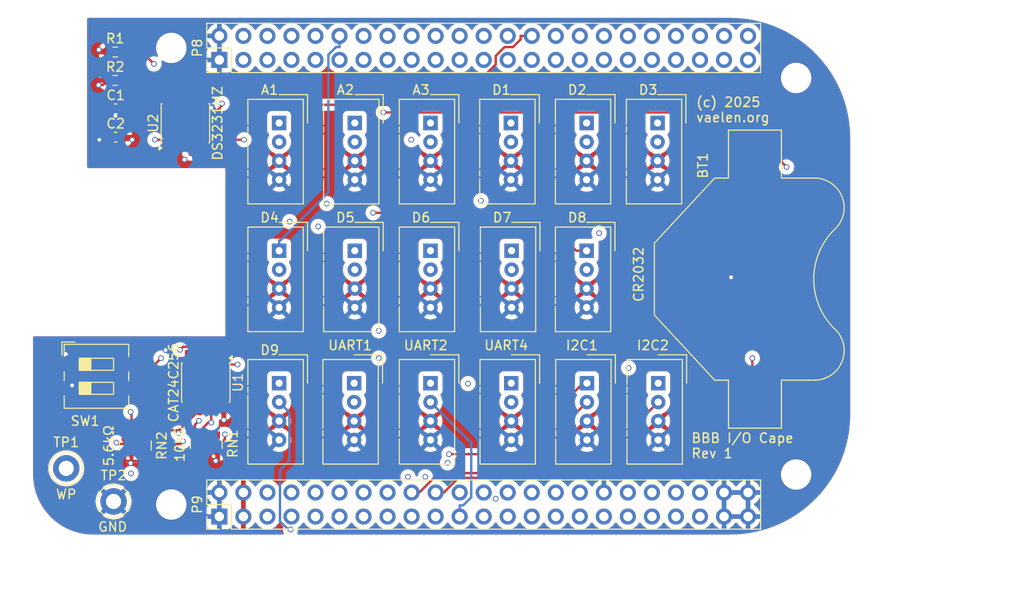
<source format=kicad_pcb>
(kicad_pcb (version 20241229) (generator "pcbnew") (generator_version "9.0")
  (layers (0 "F.Cu" signal) (4 "In1.Cu" signal) (6 "In2.Cu" signal) (2 "B.Cu" signal) (13 "F.Paste" user) (15 "B.Paste" user) (5 "F.SilkS" user "F.Silkscreen") (7 "B.SilkS" user "B.Silkscreen") (1 "F.Mask" user) (3 "B.Mask" user) (25 "Edge.Cuts" user))
  (net 0 "")
  (net 6 "AIN0")
  (net 7 "AIN4")
  (net 8 "AIN2")
  (net 9 "AIN6")
  (net 10 "AIN3")
  (net 11 "AIN5")
  (net 12 "+BATT")
  (net 13 "GPIO20")
  (net 14 "GPIO7")
  (net 15 "GPIO23")
  (net 16 "GPIO22")
  (net 22 "GPIO27")
  (net 29 "GPIO26")
  (net 45 "GPIO44")
  (net 46 "GPIO45")
  (net 47 "GPIO46")
  (net 48 "GPIO47")
  (net 49 "GPIO51")
  (net 50 "GNDD")
  (net 51 "+3V3")
  (net 54 "GPIO48")
  (net 55 "GPIO66")
  (net 56 "GPIO67")
  (net 57 "GPIO69")
  (net 58 "GPIO68")
  (net 59 "GPIO125")
  (net 60 "GPIO117")
  (net 62 "I2C1.SDA")
  (net 64 "I2C1.SCL")
  (net 65 "I2C2.SDA")
  (net 66 "I2C2.SCL")
  (net 67 "GPIO61")
  (net 68 "UART4_RXD")
  (net 70 "UART2_TXD")
  (net 71 "UART4_TXD")
  (net 72 "UART1_TXD")
  (net 73 "UART1_RXD")
  (net 75 "~{SYS_RESET}")
  (net 77 "GPIO60")
  (net 83 "UART2_RXD")
  (net 84 "Net-(RN1A-R1.1)")
  (net 86 "Net-(RN1C-R3.1)")
  (net 87 "Net-(RN1D-R4.1)")
  (net 88 "Net-(RN1B-R2.1)")
  (footprint "Connector_PinHeader_2.54mm:PinHeader_2x23_P2.54mm_Vertical" (layer "F.Cu") (at 119.685 49.835 90)
    (property "Reference" "P8" (at 1.27 -2.33 270) (layer "F.SilkS"))
    (property "Value" "BeagleBone_Black_Header" (hide yes))
    (pad "1" thru_hole rect (at 0 0 90) (size 1.7 1.7) (drill 1) (layers "*.Cu" "*.Mask") (net 50 "GNDD"))
    (pad "2" thru_hole oval (at 2.54 0 90) (size 1.7 1.7) (drill 1) (layers "*.Cu" "*.Mask") (net 50 "GNDD"))
    (pad "3" thru_hole oval (at 0 2.54 90) (size 1.7 1.7) (drill 1) (layers "*.Cu" "*.Mask"))
    (pad "4" thru_hole oval (at 2.54 2.54 90) (size 1.7 1.7) (drill 1) (layers "*.Cu" "*.Mask"))
    (pad "5" thru_hole oval (at 0 5.08 90) (size 1.7 1.7) (drill 1) (layers "*.Cu" "*.Mask"))
    (pad "6" thru_hole oval (at 2.54 5.08 90) (size 1.7 1.7) (drill 1) (layers "*.Cu" "*.Mask"))
    (pad "7" thru_hole oval (at 0 7.62 90) (size 1.7 1.7) (drill 1) (layers "*.Cu" "*.Mask") (net 55 "GPIO66"))
    (pad "8" thru_hole oval (at 2.54 7.62 90) (size 1.7 1.7) (drill 1) (layers "*.Cu" "*.Mask") (net 56 "GPIO67"))
    (pad "9" thru_hole oval (at 0 10.16 90) (size 1.7 1.7) (drill 1) (layers "*.Cu" "*.Mask") (net 57 "GPIO69"))
    (pad "10" thru_hole oval (at 2.54 10.16 90) (size 1.7 1.7) (drill 1) (layers "*.Cu" "*.Mask") (net 58 "GPIO68"))
    (pad "11" thru_hole oval (at 0 12.7 90) (size 1.7 1.7) (drill 1) (layers "*.Cu" "*.Mask") (net 46 "GPIO45"))
    (pad "12" thru_hole oval (at 2.54 12.7 90) (size 1.7 1.7) (drill 1) (layers "*.Cu" "*.Mask") (net 45 "GPIO44"))
    (pad "13" thru_hole oval (at 0 15.24 90) (size 1.7 1.7) (drill 1) (layers "*.Cu" "*.Mask") (net 15 "GPIO23"))
    (pad "14" thru_hole oval (at 2.54 15.24 90) (size 1.7 1.7) (drill 1) (layers "*.Cu" "*.Mask") (net 29 "GPIO26"))
    (pad "15" thru_hole oval (at 0 17.78 90) (size 1.7 1.7) (drill 1) (layers "*.Cu" "*.Mask") (net 48 "GPIO47"))
    (pad "16" thru_hole oval (at 2.54 17.78 90) (size 1.7 1.7) (drill 1) (layers "*.Cu" "*.Mask") (net 47 "GPIO46"))
    (pad "17" thru_hole oval (at 0 20.32 90) (size 1.7 1.7) (drill 1) (layers "*.Cu" "*.Mask") (net 22 "GPIO27"))
    (pad "18" thru_hole oval (at 2.54 20.32 90) (size 1.7 1.7) (drill 1) (layers "*.Cu" "*.Mask"))
    (pad "19" thru_hole oval (at 0 22.86 90) (size 1.7 1.7) (drill 1) (layers "*.Cu" "*.Mask") (net 16 "GPIO22"))
    (pad "20" thru_hole oval (at 2.54 22.86 90) (size 1.7 1.7) (drill 1) (layers "*.Cu" "*.Mask"))
    (pad "21" thru_hole oval (at 0 25.4 90) (size 1.7 1.7) (drill 1) (layers "*.Cu" "*.Mask"))
    (pad "22" thru_hole oval (at 2.54 25.4 90) (size 1.7 1.7) (drill 1) (layers "*.Cu" "*.Mask"))
    (pad "23" thru_hole oval (at 0 27.94 90) (size 1.7 1.7) (drill 1) (layers "*.Cu" "*.Mask"))
    (pad "24" thru_hole oval (at 2.54 27.94 90) (size 1.7 1.7) (drill 1) (layers "*.Cu" "*.Mask"))
    (pad "25" thru_hole oval (at 0 30.48 90) (size 1.7 1.7) (drill 1) (layers "*.Cu" "*.Mask"))
    (pad "26" thru_hole oval (at 2.54 30.48 90) (size 1.7 1.7) (drill 1) (layers "*.Cu" "*.Mask"))
    (pad "27" thru_hole oval (at 0 33.02 90) (size 1.7 1.7) (drill 1) (layers "*.Cu" "*.Mask"))
    (pad "28" thru_hole oval (at 2.54 33.02 90) (size 1.7 1.7) (drill 1) (layers "*.Cu" "*.Mask") (net 67 "GPIO61"))
    (pad "29" thru_hole oval (at 0 35.56 90) (size 1.7 1.7) (drill 1) (layers "*.Cu" "*.Mask"))
    (pad "30" thru_hole oval (at 2.54 35.56 90) (size 1.7 1.7) (drill 1) (layers "*.Cu" "*.Mask"))
    (pad "31" thru_hole oval (at 0 38.1 90) (size 1.7 1.7) (drill 1) (layers "*.Cu" "*.Mask"))
    (pad "32" thru_hole oval (at 2.54 38.1 90) (size 1.7 1.7) (drill 1) (layers "*.Cu" "*.Mask"))
    (pad "33" thru_hole oval (at 0 40.64 90) (size 1.7 1.7) (drill 1) (layers "*.Cu" "*.Mask"))
    (pad "34" thru_hole oval (at 2.54 40.64 90) (size 1.7 1.7) (drill 1) (layers "*.Cu" "*.Mask"))
    (pad "35" thru_hole oval (at 0 43.18 90) (size 1.7 1.7) (drill 1) (layers "*.Cu" "*.Mask"))
    (pad "36" thru_hole oval (at 2.54 43.18 90) (size 1.7 1.7) (drill 1) (layers "*.Cu" "*.Mask"))
    (pad "37" thru_hole oval (at 0 45.72 90) (size 1.7 1.7) (drill 1) (layers "*.Cu" "*.Mask"))
    (pad "38" thru_hole oval (at 2.54 45.72 90) (size 1.7 1.7) (drill 1) (layers "*.Cu" "*.Mask"))
    (pad "39" thru_hole oval (at 0 48.26 90) (size 1.7 1.7) (drill 1) (layers "*.Cu" "*.Mask"))
    (pad "40" thru_hole oval (at 2.54 48.26 90) (size 1.7 1.7) (drill 1) (layers "*.Cu" "*.Mask"))
    (pad "41" thru_hole oval (at 0 50.8 90) (size 1.7 1.7) (drill 1) (layers "*.Cu" "*.Mask"))
    (pad "42" thru_hole oval (at 2.54 50.8 90) (size 1.7 1.7) (drill 1) (layers "*.Cu" "*.Mask"))
    (pad "43" thru_hole oval (at 0 53.34 90) (size 1.7 1.7) (drill 1) (layers "*.Cu" "*.Mask"))
    (pad "44" thru_hole oval (at 2.54 53.34 90) (size 1.7 1.7) (drill 1) (layers "*.Cu" "*.Mask"))
    (pad "45" thru_hole oval (at 0 55.88 90) (size 1.7 1.7) (drill 1) (layers "*.Cu" "*.Mask"))
    (pad "46" thru_hole oval (at 2.54 55.88 90) (size 1.7 1.7) (drill 1) (layers "*.Cu" "*.Mask"))
  )
  (footprint "Connector_PinHeader_2.54mm:PinHeader_2x23_P2.54mm_Vertical" (layer "F.Cu") (at 119.685 98.095 90)
    (property "Reference" "P9" (at 1.27 -2.33 270) (layer "F.SilkS"))
    (property "Value" "BeagleBone_Black_Header" (hide yes))
    (pad "1" thru_hole rect (at 0 0 90) (size 1.7 1.7) (drill 1) (layers "*.Cu" "*.Mask") (net 50 "GNDD"))
    (pad "2" thru_hole oval (at 2.54 0 90) (size 1.7 1.7) (drill 1) (layers "*.Cu" "*.Mask") (net 50 "GNDD"))
    (pad "3" thru_hole oval (at 0 2.54 90) (size 1.7 1.7) (drill 1) (layers "*.Cu" "*.Mask") (net 51 "+3V3"))
    (pad "4" thru_hole oval (at 2.54 2.54 90) (size 1.7 1.7) (drill 1) (layers "*.Cu" "*.Mask") (net 51 "+3V3"))
    (pad "5" thru_hole oval (at 0 5.08 90) (size 1.7 1.7) (drill 1) (layers "*.Cu" "*.Mask"))
    (pad "6" thru_hole oval (at 2.54 5.08 90) (size 1.7 1.7) (drill 1) (layers "*.Cu" "*.Mask"))
    (pad "7" thru_hole oval (at 0 7.62 90) (size 1.7 1.7) (drill 1) (layers "*.Cu" "*.Mask"))
    (pad "8" thru_hole oval (at 2.54 7.62 90) (size 1.7 1.7) (drill 1) (layers "*.Cu" "*.Mask"))
    (pad "9" thru_hole oval (at 0 10.16 90) (size 1.7 1.7) (drill 1) (layers "*.Cu" "*.Mask"))
    (pad "10" thru_hole oval (at 2.54 10.16 90) (size 1.7 1.7) (drill 1) (layers "*.Cu" "*.Mask") (net 75 "~{SYS_RESET}"))
    (pad "11" thru_hole oval (at 0 12.7 90) (size 1.7 1.7) (drill 1) (layers "*.Cu" "*.Mask") (net 68 "UART4_RXD"))
    (pad "12" thru_hole oval (at 2.54 12.7 90) (size 1.7 1.7) (drill 1) (layers "*.Cu" "*.Mask") (net 77 "GPIO60"))
    (pad "13" thru_hole oval (at 0 15.24 90) (size 1.7 1.7) (drill 1) (layers "*.Cu" "*.Mask") (net 71 "UART4_TXD"))
    (pad "14" thru_hole oval (at 2.54 15.24 90) (size 1.7 1.7) (drill 1) (layers "*.Cu" "*.Mask"))
    (pad "15" thru_hole oval (at 0 17.78 90) (size 1.7 1.7) (drill 1) (layers "*.Cu" "*.Mask") (net 54 "GPIO48"))
    (pad "16" thru_hole oval (at 2.54 17.78 90) (size 1.7 1.7) (drill 1) (layers "*.Cu" "*.Mask") (net 49 "GPIO51"))
    (pad "17" thru_hole oval (at 0 20.32 90) (size 1.7 1.7) (drill 1) (layers "*.Cu" "*.Mask") (net 64 "I2C1.SCL"))
    (pad "18" thru_hole oval (at 2.54 20.32 90) (size 1.7 1.7) (drill 1) (layers "*.Cu" "*.Mask") (net 62 "I2C1.SDA"))
    (pad "19" thru_hole oval (at 0 22.86 90) (size 1.7 1.7) (drill 1) (layers "*.Cu" "*.Mask") (net 66 "I2C2.SCL"))
    (pad "20" thru_hole oval (at 2.54 22.86 90) (size 1.7 1.7) (drill 1) (layers "*.Cu" "*.Mask") (net 65 "I2C2.SDA"))
    (pad "21" thru_hole oval (at 0 25.4 90) (size 1.7 1.7) (drill 1) (layers "*.Cu" "*.Mask") (net 70 "UART2_TXD"))
    (pad "22" thru_hole oval (at 2.54 25.4 90) (size 1.7 1.7) (drill 1) (layers "*.Cu" "*.Mask") (net 83 "UART2_RXD"))
    (pad "23" thru_hole oval (at 0 27.94 90) (size 1.7 1.7) (drill 1) (layers "*.Cu" "*.Mask"))
    (pad "24" thru_hole oval (at 2.54 27.94 90) (size 1.7 1.7) (drill 1) (layers "*.Cu" "*.Mask") (net 72 "UART1_TXD"))
    (pad "25" thru_hole oval (at 0 30.48 90) (size 1.7 1.7) (drill 1) (layers "*.Cu" "*.Mask") (net 60 "GPIO117"))
    (pad "26" thru_hole oval (at 2.54 30.48 90) (size 1.7 1.7) (drill 1) (layers "*.Cu" "*.Mask") (net 73 "UART1_RXD"))
    (pad "27" thru_hole oval (at 0 33.02 90) (size 1.7 1.7) (drill 1) (layers "*.Cu" "*.Mask") (net 59 "GPIO125"))
    (pad "28" thru_hole oval (at 2.54 33.02 90) (size 1.7 1.7) (drill 1) (layers "*.Cu" "*.Mask"))
    (pad "29" thru_hole oval (at 0 35.56 90) (size 1.7 1.7) (drill 1) (layers "*.Cu" "*.Mask"))
    (pad "30" thru_hole oval (at 2.54 35.56 90) (size 1.7 1.7) (drill 1) (layers "*.Cu" "*.Mask"))
    (pad "31" thru_hole oval (at 0 38.1 90) (size 1.7 1.7) (drill 1) (layers "*.Cu" "*.Mask"))
    (pad "32" thru_hole oval (at 2.54 38.1 90) (size 1.7 1.7) (drill 1) (layers "*.Cu" "*.Mask"))
    (pad "33" thru_hole oval (at 0 40.64 90) (size 1.7 1.7) (drill 1) (layers "*.Cu" "*.Mask") (net 7 "AIN4"))
    (pad "34" thru_hole oval (at 2.54 40.64 90) (size 1.7 1.7) (drill 1) (layers "*.Cu" "*.Mask") (net 50 "GNDD"))
    (pad "35" thru_hole oval (at 0 43.18 90) (size 1.7 1.7) (drill 1) (layers "*.Cu" "*.Mask") (net 9 "AIN6"))
    (pad "36" thru_hole oval (at 2.54 43.18 90) (size 1.7 1.7) (drill 1) (layers "*.Cu" "*.Mask") (net 11 "AIN5"))
    (pad "37" thru_hole oval (at 0 45.72 90) (size 1.7 1.7) (drill 1) (layers "*.Cu" "*.Mask") (net 8 "AIN2"))
    (pad "38" thru_hole oval (at 2.54 45.72 90) (size 1.7 1.7) (drill 1) (layers "*.Cu" "*.Mask") (net 10 "AIN3"))
    (pad "39" thru_hole oval (at 0 48.26 90) (size 1.7 1.7) (drill 1) (layers "*.Cu" "*.Mask") (net 6 "AIN0"))
    (pad "40" thru_hole oval (at 2.54 48.26 90) (size 1.7 1.7) (drill 1) (layers "*.Cu" "*.Mask"))
    (pad "41" thru_hole oval (at 0 50.8 90) (size 1.7 1.7) (drill 1) (layers "*.Cu" "*.Mask") (net 13 "GPIO20"))
    (pad "42" thru_hole oval (at 2.54 50.8 90) (size 1.7 1.7) (drill 1) (layers "*.Cu" "*.Mask") (net 14 "GPIO7"))
    (pad "43" thru_hole oval (at 0 53.34 90) (size 1.7 1.7) (drill 1) (layers "*.Cu" "*.Mask") (net 50 "GNDD"))
    (pad "44" thru_hole oval (at 2.54 53.34 90) (size 1.7 1.7) (drill 1) (layers "*.Cu" "*.Mask") (net 50 "GNDD"))
    (pad "45" thru_hole oval (at 0 55.88 90) (size 1.7 1.7) (drill 1) (layers "*.Cu" "*.Mask") (net 50 "GNDD"))
    (pad "46" thru_hole oval (at 2.54 55.88 90) (size 1.7 1.7) (drill 1) (layers "*.Cu" "*.Mask") (net 50 "GNDD"))
  )
  (footprint "Connector:NS-Tech_Grove_1x04_P2mm_Vertical" (layer "F.Cu") (at 142 84)
    (property "Reference" "UART2" (at -0.5 -4 0) (layer "F.SilkS"))
    (property "Value" "Rotator")
    (pad "1" thru_hole rect (at 0 0) (size 1.524 1.524) (drill 0.762) (layers "*.Cu" "*.Mask") (net 83 "UART2_RXD"))
    (pad "2" thru_hole circle (at 0 2) (size 1.524 1.524) (drill 0.762) (layers "*.Cu" "*.Mask") (net 70 "UART2_TXD"))
    (pad "3" thru_hole circle (at 0 4) (size 1.524 1.524) (drill 0.762) (layers "*.Cu" "*.Mask") (net 51 "+3V3"))
    (pad "4" thru_hole circle (at 0 6) (size 1.524 1.524) (drill 0.762) (layers "*.Cu" "*.Mask") (net 50 "GNDD"))
  )
  (footprint "Connector:NS-Tech_Grove_1x04_P2mm_Vertical" (layer "F.Cu") (at 142 70)
    (property "Reference" "D6" (at -1 -3.5 0) (layer "F.SilkS"))
    (property "Value" "~")
    (pad "1" thru_hole rect (at 0 0) (size 1.524 1.524) (drill 0.762) (layers "*.Cu" "*.Mask") (net 54 "GPIO48"))
    (pad "2" thru_hole circle (at 0 2) (size 1.524 1.524) (drill 0.762) (layers "*.Cu" "*.Mask") (net 49 "GPIO51"))
    (pad "3" thru_hole circle (at 0 4) (size 1.524 1.524) (drill 0.762) (layers "*.Cu" "*.Mask") (net 51 "+3V3"))
    (pad "4" thru_hole circle (at 0 6) (size 1.524 1.524) (drill 0.762) (layers "*.Cu" "*.Mask") (net 50 "GNDD"))
  )
  (footprint "TestPoint:TestPoint_Keystone_5010-5014_Multipurpose" (layer "F.Cu") (at 103.5 93)
    (property "Reference" "TP1" (at 0 -2.75 0) (layer "F.SilkS"))
    (property "Value" "WP" (at 0 2.75 0) (layer "F.SilkS"))
    (pad "1" thru_hole circle (at 0 0) (size 2.8 2.8) (drill 1.6) (layers "*.Cu" "*.Mask") (net 86 "Net-(RN1C-R3.1)"))
  )
  (footprint "Button_Switch_SMD:SW_DIP_SPSTx02_Slide_6.7x6.64mm_W8.61mm_P2.54mm_LowProfile" (layer "F.Cu") (at 106.695 83.27)
    (property "Reference" "SW1" (at -1.195 4.73 0) (layer "F.SilkS"))
    (property "Value" "SW_DIP_x02" (hide yes))
    (pad "1" smd roundrect (at -4.305 -1.27) (size 2.44 1.12) (layers "F.Cu" "F.Mask" "F.Paste") (roundrect_rratio 0.223214) (net 50 "GNDD"))
    (pad "2" smd roundrect (at -4.305 1.27) (size 2.44 1.12) (layers "F.Cu" "F.Mask" "F.Paste") (roundrect_rratio 0.223214) (net 50 "GNDD"))
    (pad "3" smd roundrect (at 4.305 1.27) (size 2.44 1.12) (layers "F.Cu" "F.Mask" "F.Paste") (roundrect_rratio 0.223214) (net 84 "Net-(RN1A-R1.1)"))
    (pad "4" smd roundrect (at 4.305 -1.27) (size 2.44 1.12) (layers "F.Cu" "F.Mask" "F.Paste") (roundrect_rratio 0.223214) (net 88 "Net-(RN1B-R2.1)"))
  )
  (footprint "Connector:NS-Tech_Grove_1x04_P2mm_Vertical" (layer "F.Cu") (at 158.535 84)
    (property "Reference" "I2C1" (at -0.535 -4 0) (layer "F.SilkS"))
    (property "Value" "~")
    (pad "1" thru_hole rect (at 0 0) (size 1.524 1.524) (drill 0.762) (layers "*.Cu" "*.Mask") (net 64 "I2C1.SCL"))
    (pad "2" thru_hole circle (at 0 2) (size 1.524 1.524) (drill 0.762) (layers "*.Cu" "*.Mask") (net 62 "I2C1.SDA"))
    (pad "3" thru_hole circle (at 0 4) (size 1.524 1.524) (drill 0.762) (layers "*.Cu" "*.Mask") (net 51 "+3V3"))
    (pad "4" thru_hole circle (at 0 6) (size 1.524 1.524) (drill 0.762) (layers "*.Cu" "*.Mask") (net 50 "GNDD"))
  )
  (footprint "Connector:NS-Tech_Grove_1x04_P2mm_Vertical" (layer "F.Cu") (at 126 56.5)
    (property "Reference" "A1" (at -1 -3.5 0) (layer "F.SilkS"))
    (property "Value" "~")
    (pad "1" thru_hole rect (at 0 0) (size 1.524 1.524) (drill 0.762) (layers "*.Cu" "*.Mask") (net 6 "AIN0"))
    (pad "2" thru_hole circle (at 0 2) (size 1.524 1.524) (drill 0.762) (layers "*.Cu" "*.Mask") (net 7 "AIN4"))
    (pad "3" thru_hole circle (at 0 4) (size 1.524 1.524) (drill 0.762) (layers "*.Cu" "*.Mask") (net 51 "+3V3"))
    (pad "4" thru_hole circle (at 0 6) (size 1.524 1.524) (drill 0.762) (layers "*.Cu" "*.Mask") (net 50 "GNDD"))
  )
  (footprint "Connector:NS-Tech_Grove_1x04_P2mm_Vertical" (layer "F.Cu") (at 126 84)
    (property "Reference" "D9" (at -1 -3.5 0) (layer "F.SilkS"))
    (property "Value" "~")
    (pad "1" thru_hole rect (at 0 0) (size 1.524 1.524) (drill 0.762) (layers "*.Cu" "*.Mask") (net 60 "GPIO117"))
    (pad "2" thru_hole circle (at 0 2) (size 1.524 1.524) (drill 0.762) (layers "*.Cu" "*.Mask") (net 59 "GPIO125"))
    (pad "3" thru_hole circle (at 0 4) (size 1.524 1.524) (drill 0.762) (layers "*.Cu" "*.Mask") (net 51 "+3V3"))
    (pad "4" thru_hole circle (at 0 6) (size 1.524 1.524) (drill 0.762) (layers "*.Cu" "*.Mask") (net 50 "GNDD"))
  )
  (footprint "Connector:NS-Tech_Grove_1x04_P2mm_Vertical" (layer "F.Cu") (at 166 56.5)
    (property "Reference" "D3" (at -1 -3.5 0) (layer "F.SilkS"))
    (property "Value" "~")
    (pad "1" thru_hole rect (at 0 0) (size 1.524 1.524) (drill 0.762) (layers "*.Cu" "*.Mask") (net 29 "GPIO26"))
    (pad "2" thru_hole circle (at 0 2) (size 1.524 1.524) (drill 0.762) (layers "*.Cu" "*.Mask") (net 22 "GPIO27"))
    (pad "3" thru_hole circle (at 0 4) (size 1.524 1.524) (drill 0.762) (layers "*.Cu" "*.Mask") (net 51 "+3V3"))
    (pad "4" thru_hole circle (at 0 6) (size 1.524 1.524) (drill 0.762) (layers "*.Cu" "*.Mask") (net 50 "GNDD"))
  )
  (footprint "MountingHole:MountingHole_3.2mm_M3_DIN965" (layer "F.Cu") (at 180.645 51.74)
    (property "Reference" "MH3" (hide yes))
    (property "Value" "MountingHole_3.2mm_M3_DIN965" (hide yes))
    (pad "" np_thru_hole circle (at 0 0) (size 3.2 3.2) (drill 3.2) (layers "*.Cu" "*.Mask"))
  )
  (footprint "Connector:NS-Tech_Grove_1x04_P2mm_Vertical" (layer "F.Cu") (at 134 56.5)
    (property "Reference" "A2" (at -1 -3.5 0) (layer "F.SilkS"))
    (property "Value" "~")
    (pad "1" thru_hole rect (at 0 0) (size 1.524 1.524) (drill 0.762) (layers "*.Cu" "*.Mask") (net 8 "AIN2"))
    (pad "2" thru_hole circle (at 0 2) (size 1.524 1.524) (drill 0.762) (layers "*.Cu" "*.Mask") (net 9 "AIN6"))
    (pad "3" thru_hole circle (at 0 4) (size 1.524 1.524) (drill 0.762) (layers "*.Cu" "*.Mask") (net 51 "+3V3"))
    (pad "4" thru_hole circle (at 0 6) (size 1.524 1.524) (drill 0.762) (layers "*.Cu" "*.Mask") (net 50 "GNDD"))
  )
  (footprint "Connector:NS-Tech_Grove_1x04_P2mm_Vertical" (layer "F.Cu") (at 158.5 70)
    (property "Reference" "D8" (at -1 -3.5 0) (layer "F.SilkS"))
    (property "Value" "~")
    (pad "1" thru_hole rect (at 0 0) (size 1.524 1.524) (drill 0.762) (layers "*.Cu" "*.Mask") (net 58 "GPIO68"))
    (pad "2" thru_hole circle (at 0 2) (size 1.524 1.524) (drill 0.762) (layers "*.Cu" "*.Mask") (net 57 "GPIO69"))
    (pad "3" thru_hole circle (at 0 4) (size 1.524 1.524) (drill 0.762) (layers "*.Cu" "*.Mask") (net 51 "+3V3"))
    (pad "4" thru_hole circle (at 0 6) (size 1.524 1.524) (drill 0.762) (layers "*.Cu" "*.Mask") (net 50 "GNDD"))
  )
  (footprint "Connector:NS-Tech_Grove_1x04_P2mm_Vertical" (layer "F.Cu") (at 126 70)
    (property "Reference" "D4" (at -1 -3.5 0) (layer "F.SilkS"))
    (property "Value" "~")
    (pad "1" thru_hole rect (at 0 0) (size 1.524 1.524) (drill 0.762) (layers "*.Cu" "*.Mask") (net 45 "GPIO44"))
    (pad "2" thru_hole circle (at 0 2) (size 1.524 1.524) (drill 0.762) (layers "*.Cu" "*.Mask") (net 46 "GPIO45"))
    (pad "3" thru_hole circle (at 0 4) (size 1.524 1.524) (drill 0.762) (layers "*.Cu" "*.Mask") (net 51 "+3V3"))
    (pad "4" thru_hole circle (at 0 6) (size 1.524 1.524) (drill 0.762) (layers "*.Cu" "*.Mask") (net 50 "GNDD"))
  )
  (footprint "Resistor_SMD:R_Array_Convex_4x0603" (layer "F.Cu") (at 110.8 90.6 -90)
    (property "Reference" "RN2" (at 0 -2.8 90) (layer "F.SilkS"))
    (property "Value" "5.6kΩ" (at 0 2.8 90) (layer "F.SilkS"))
    (pad "1" smd rect (at -0.9 -1.2 270) (size 0.8 0.5) (layers "F.Cu" "F.Mask" "F.Paste") (net 66 "I2C2.SCL"))
    (pad "2" smd rect (at -0.9 -0.4 270) (size 0.8 0.4) (layers "F.Cu" "F.Mask" "F.Paste") (net 65 "I2C2.SDA"))
    (pad "3" smd rect (at -0.9 0.4 270) (size 0.8 0.4) (layers "F.Cu" "F.Mask" "F.Paste") (net 62 "I2C1.SDA"))
    (pad "4" smd rect (at -0.9 1.2 270) (size 0.8 0.5) (layers "F.Cu" "F.Mask" "F.Paste") (net 64 "I2C1.SCL"))
    (pad "5" smd rect (at 0.9 1.2 270) (size 0.8 0.5) (layers "F.Cu" "F.Mask" "F.Paste") (net 51 "+3V3"))
    (pad "6" smd rect (at 0.9 0.4 270) (size 0.8 0.4) (layers "F.Cu" "F.Mask" "F.Paste") (net 51 "+3V3"))
    (pad "7" smd rect (at 0.9 -0.4 270) (size 0.8 0.4) (layers "F.Cu" "F.Mask" "F.Paste") (net 51 "+3V3"))
    (pad "8" smd rect (at 0.9 -1.2 270) (size 0.8 0.5) (layers "F.Cu" "F.Mask" "F.Paste") (net 51 "+3V3"))
  )
  (footprint "Connector:NS-Tech_Grove_1x04_P2mm_Vertical" (layer "F.Cu") (at 150.535 84)
    (property "Reference" "UART4" (at -0.535 -4 0) (layer "F.SilkS"))
    (property "Value" "Radio")
    (pad "1" thru_hole rect (at 0 0) (size 1.524 1.524) (drill 0.762) (layers "*.Cu" "*.Mask") (net 68 "UART4_RXD"))
    (pad "2" thru_hole circle (at 0 2) (size 1.524 1.524) (drill 0.762) (layers "*.Cu" "*.Mask") (net 71 "UART4_TXD"))
    (pad "3" thru_hole circle (at 0 4) (size 1.524 1.524) (drill 0.762) (layers "*.Cu" "*.Mask") (net 51 "+3V3"))
    (pad "4" thru_hole circle (at 0 6) (size 1.524 1.524) (drill 0.762) (layers "*.Cu" "*.Mask") (net 50 "GNDD"))
  )
  (footprint "Package_SO:SOIC-8-1EP_3.9x4.9mm_P1.27mm_EP2.29x3mm" (layer "F.Cu") (at 118.25 83.93 -90)
    (property "Reference" "U1" (at 0 -3.4 90) (layer "F.SilkS"))
    (property "Value" "CAT24C256" (at 0 3.4 90) (layer "F.SilkS"))
    (pad "1" smd roundrect (at -2.475 -1.905 270) (size 1.95 0.6) (layers "F.Cu" "F.Mask" "F.Paste") (net 88 "Net-(RN1B-R2.1)"))
    (pad "2" smd roundrect (at -2.475 -0.635 270) (size 1.95 0.6) (layers "F.Cu" "F.Mask" "F.Paste") (net 84 "Net-(RN1A-R1.1)"))
    (pad "3" smd roundrect (at -2.475 0.635 270) (size 1.95 0.6) (layers "F.Cu" "F.Mask" "F.Paste") (net 87 "Net-(RN1D-R4.1)"))
    (pad "4" smd roundrect (at -2.475 1.905 270) (size 1.95 0.6) (layers "F.Cu" "F.Mask" "F.Paste") (net 50 "GNDD"))
    (pad "5" smd roundrect (at 2.475 1.905 270) (size 1.95 0.6) (layers "F.Cu" "F.Mask" "F.Paste") (net 65 "I2C2.SDA"))
    (pad "6" smd roundrect (at 2.475 0.635 270) (size 1.95 0.6) (layers "F.Cu" "F.Mask" "F.Paste") (net 66 "I2C2.SCL"))
    (pad "7" smd roundrect (at 2.475 -0.635 270) (size 1.95 0.6) (layers "F.Cu" "F.Mask" "F.Paste") (net 86 "Net-(RN1C-R3.1)"))
    (pad "8" smd roundrect (at 2.475 -1.905 270) (size 1.95 0.6) (layers "F.Cu" "F.Mask" "F.Paste") (net 51 "+3V3"))
    (pad "9" smd rect (at 0 0 270) (size 2.29 3) (property pad_prop_heatsink) (layers "F.Cu" "F.Mask"))
  )
  (footprint "MountingHole:MountingHole_3.2mm_M3_DIN965" (layer "F.Cu") (at 180.645 93.65)
    (property "Reference" "MH4" (hide yes))
    (property "Value" "MountingHole_3.2mm_M3_DIN965" (hide yes))
    (pad "" np_thru_hole circle (at 0 0) (size 3.2 3.2) (drill 3.2) (layers "*.Cu" "*.Mask"))
  )
  (footprint "Connector:NS-Tech_Grove_1x04_P2mm_Vertical" (layer "F.Cu") (at 158.5 56.5)
    (property "Reference" "D2" (at -1 -3.5 0) (layer "F.SilkS"))
    (property "Value" "~")
    (pad "1" thru_hole rect (at 0 0) (size 1.524 1.524) (drill 0.762) (layers "*.Cu" "*.Mask") (net 16 "GPIO22"))
    (pad "2" thru_hole circle (at 0 2) (size 1.524 1.524) (drill 0.762) (layers "*.Cu" "*.Mask") (net 15 "GPIO23"))
    (pad "3" thru_hole circle (at 0 4) (size 1.524 1.524) (drill 0.762) (layers "*.Cu" "*.Mask") (net 51 "+3V3"))
    (pad "4" thru_hole circle (at 0 6) (size 1.524 1.524) (drill 0.762) (layers "*.Cu" "*.Mask") (net 50 "GNDD"))
  )
  (footprint "Connector:NS-Tech_Grove_1x04_P2mm_Vertical" (layer "F.Cu") (at 150.5 56.5)
    (property "Reference" "D1" (at -1 -3.5 0) (layer "F.SilkS"))
    (property "Value" "~")
    (pad "1" thru_hole rect (at 0 0) (size 1.524 1.524) (drill 0.762) (layers "*.Cu" "*.Mask") (net 14 "GPIO7"))
    (pad "2" thru_hole circle (at 0 2) (size 1.524 1.524) (drill 0.762) (layers "*.Cu" "*.Mask") (net 13 "GPIO20"))
    (pad "3" thru_hole circle (at 0 4) (size 1.524 1.524) (drill 0.762) (layers "*.Cu" "*.Mask") (net 51 "+3V3"))
    (pad "4" thru_hole circle (at 0 6) (size 1.524 1.524) (drill 0.762) (layers "*.Cu" "*.Mask") (net 50 "GNDD"))
  )
  (footprint "MountingHole:MountingHole_3.2mm_M3_DIN965" (layer "F.Cu") (at 114.605 48.565)
    (property "Reference" "MH1" (hide yes))
    (property "Value" "MountingHole_3.2mm_M3_DIN965" (hide yes))
    (pad "" np_thru_hole circle (at 0 0) (size 3.2 3.2) (drill 3.2) (layers "*.Cu" "*.Mask"))
  )
  (footprint "TestPoint:TestPoint_Keystone_5010-5014_Multipurpose" (layer "F.Cu") (at 108.5 96.5)
    (property "Reference" "TP2" (at 0 -2.75 0) (layer "F.SilkS"))
    (property "Value" "GND" (at -0.09 2.68 0) (layer "F.SilkS"))
    (pad "1" thru_hole circle (at 0 0) (size 2.8 2.8) (drill 1.6) (layers "*.Cu" "*.Mask") (net 50 "GNDD"))
  )
  (footprint "Package_SO:SOIC-8_3.9x4.9mm_P1.27mm" (layer "F.Cu") (at 116.095 56.525 90)
    (property "Reference" "U2" (at 0 -3.4 90) (layer "F.SilkS"))
    (property "Value" "DS3231MZ" (at 0 3.4 90) (layer "F.SilkS"))
    (pad "1" smd roundrect (at -2.475 -1.905 90) (size 1.95 0.6) (layers "F.Cu" "F.Mask" "F.Paste") (net 77 "GPIO60"))
    (pad "2" smd roundrect (at -2.475 -0.635 90) (size 1.95 0.6) (layers "F.Cu" "F.Mask" "F.Paste") (net 51 "+3V3"))
    (pad "3" smd roundrect (at -2.475 0.635 90) (size 1.95 0.6) (layers "F.Cu" "F.Mask" "F.Paste") (net 67 "GPIO61"))
    (pad "4" smd roundrect (at -2.475 1.905 90) (size 1.95 0.6) (layers "F.Cu" "F.Mask" "F.Paste") (net 75 "~{SYS_RESET}"))
    (pad "5" smd roundrect (at 2.475 1.905 90) (size 1.95 0.6) (layers "F.Cu" "F.Mask" "F.Paste") (net 50 "GNDD"))
    (pad "6" smd roundrect (at 2.475 0.635 90) (size 1.95 0.6) (layers "F.Cu" "F.Mask" "F.Paste") (net 12 "+BATT"))
    (pad "7" smd roundrect (at 2.475 -0.635 90) (size 1.95 0.6) (layers "F.Cu" "F.Mask" "F.Paste") (net 65 "I2C2.SDA"))
    (pad "8" smd roundrect (at 2.475 -1.905 90) (size 1.95 0.6) (layers "F.Cu" "F.Mask" "F.Paste") (net 66 "I2C2.SCL"))
  )
  (footprint "Connector:NS-Tech_Grove_1x04_P2mm_Vertical" (layer "F.Cu") (at 150.57 70)
    (property "Reference" "D7" (at -1 -3.5 0) (layer "F.SilkS"))
    (property "Value" "~")
    (pad "1" thru_hole rect (at 0 0) (size 1.524 1.524) (drill 0.762) (layers "*.Cu" "*.Mask") (net 55 "GPIO66"))
    (pad "2" thru_hole circle (at 0 2) (size 1.524 1.524) (drill 0.762) (layers "*.Cu" "*.Mask") (net 56 "GPIO67"))
    (pad "3" thru_hole circle (at 0 4) (size 1.524 1.524) (drill 0.762) (layers "*.Cu" "*.Mask") (net 51 "+3V3"))
    (pad "4" thru_hole circle (at 0 6) (size 1.524 1.524) (drill 0.762) (layers "*.Cu" "*.Mask") (net 50 "GNDD"))
  )
  (footprint "Connector:NS-Tech_Grove_1x04_P2mm_Vertical" (layer "F.Cu") (at 166.07 84)
    (property "Reference" "I2C2" (at -0.57 -4 0) (layer "F.SilkS"))
    (property "Value" "~")
    (pad "1" thru_hole rect (at 0 0) (size 1.524 1.524) (drill 0.762) (layers "*.Cu" "*.Mask") (net 66 "I2C2.SCL"))
    (pad "2" thru_hole circle (at 0 2) (size 1.524 1.524) (drill 0.762) (layers "*.Cu" "*.Mask") (net 65 "I2C2.SDA"))
    (pad "3" thru_hole circle (at 0 4) (size 1.524 1.524) (drill 0.762) (layers "*.Cu" "*.Mask") (net 51 "+3V3"))
    (pad "4" thru_hole circle (at 0 6) (size 1.524 1.524) (drill 0.762) (layers "*.Cu" "*.Mask") (net 50 "GNDD"))
  )
  (footprint "Resistor_SMD:R_0603_1608Metric" (layer "F.Cu") (at 108.675 52)
    (property "Reference" "R2" (at 0 -1.43 0) (layer "F.SilkS"))
    (property "Value" "10kΩ" (hide yes))
    (pad "1" smd roundrect (at -0.825 0) (size 0.8 0.95) (layers "F.Cu" "F.Mask" "F.Paste") (net 51 "+3V3"))
    (pad "2" smd roundrect (at 0.825 0) (size 0.8 0.95) (layers "F.Cu" "F.Mask" "F.Paste") (net 67 "GPIO61"))
  )
  (footprint "Battery:BatteryHolder_Multicomp_BC-2001_1x2032" (layer "F.Cu") (at 176.2908 73 -90)
    (property "Reference" "BT1" (at -12 5.5 90) (layer "F.SilkS"))
    (property "Value" "CR2032" (at -0.5 12.290773 90) (layer "F.SilkS"))
    (pad "1" smd rect (at -12.95 0 270) (size 5 5) (layers "F.Cu" "F.Mask" "F.Paste") (net 12 "+BATT"))
    (pad "1" smd rect (at 12.95 0 270) (size 5 5) (layers "F.Cu" "F.Mask" "F.Paste") (net 12 "+BATT"))
    (pad "2" smd rect (at 0 0 270) (size 4 4) (layers "F.Cu" "F.Mask" "F.Paste") (net 50 "GNDD"))
  )
  (footprint "Resistor_SMD:R_0603_1608Metric" (layer "F.Cu") (at 108.675 49)
    (property "Reference" "R1" (at 0 -1.43 0) (layer "F.SilkS"))
    (property "Value" "10kΩ" (hide yes))
    (pad "1" smd roundrect (at -0.825 0) (size 0.8 0.95) (layers "F.Cu" "F.Mask" "F.Paste") (net 51 "+3V3"))
    (pad "2" smd roundrect (at 0.825 0) (size 0.8 0.95) (layers "F.Cu" "F.Mask" "F.Paste") (net 77 "GPIO60"))
  )
  (footprint "MountingHole:MountingHole_3.2mm_M3_DIN965" (layer "F.Cu") (at 114.605 96.825)
    (property "Reference" "MH2" (hide yes))
    (property "Value" "MountingHole_3.2mm_M3_DIN965" (hide yes))
    (pad "" np_thru_hole circle (at 0 0) (size 3.2 3.2) (drill 3.2) (layers "*.Cu" "*.Mask"))
  )
  (footprint "Capacitor_SMD:C_0603_1608Metric" (layer "F.Cu") (at 108.725 58)
    (property "Reference" "C2" (at 0 -1.43 0) (layer "F.SilkS"))
    (property "Value" "100nF" (hide yes))
    (pad "1" smd roundrect (at -0.775 0) (size 0.9 0.95) (layers "F.Cu" "F.Mask" "F.Paste") (net 50 "GNDD"))
    (pad "2" smd roundrect (at 0.775 0) (size 0.9 0.95) (layers "F.Cu" "F.Mask" "F.Paste") (net 51 "+3V3"))
  )
  (footprint "Connector:NS-Tech_Grove_1x04_P2mm_Vertical" (layer "F.Cu") (at 134 70)
    (property "Reference" "D5" (at -1 -3.5 0) (layer "F.SilkS"))
    (property "Value" "~")
    (pad "1" thru_hole rect (at 0 0) (size 1.524 1.524) (drill 0.762) (layers "*.Cu" "*.Mask") (net 47 "GPIO46"))
    (pad "2" thru_hole circle (at 0 2) (size 1.524 1.524) (drill 0.762) (layers "*.Cu" "*.Mask") (net 48 "GPIO47"))
    (pad "3" thru_hole circle (at 0 4) (size 1.524 1.524) (drill 0.762) (layers "*.Cu" "*.Mask") (net 51 "+3V3"))
    (pad "4" thru_hole circle (at 0 6) (size 1.524 1.524) (drill 0.762) (layers "*.Cu" "*.Mask") (net 50 "GNDD"))
  )
  (footprint "Resistor_SMD:R_Array_Convex_4x0603" (layer "F.Cu") (at 118.3 90.4 -90)
    (property "Reference" "RN1" (at 0 -2.8 90) (layer "F.SilkS"))
    (property "Value" "10kΩ" (at 0 2.8 90) (layer "F.SilkS"))
    (pad "1" smd rect (at -0.9 -1.2 270) (size 0.8 0.5) (layers "F.Cu" "F.Mask" "F.Paste") (net 84 "Net-(RN1A-R1.1)"))
    (pad "2" smd rect (at -0.9 -0.4 270) (size 0.8 0.4) (layers "F.Cu" "F.Mask" "F.Paste") (net 88 "Net-(RN1B-R2.1)"))
    (pad "3" smd rect (at -0.9 0.4 270) (size 0.8 0.4) (layers "F.Cu" "F.Mask" "F.Paste") (net 86 "Net-(RN1C-R3.1)"))
    (pad "4" smd rect (at -0.9 1.2 270) (size 0.8 0.5) (layers "F.Cu" "F.Mask" "F.Paste") (net 87 "Net-(RN1D-R4.1)"))
    (pad "5" smd rect (at 0.9 1.2 270) (size 0.8 0.5) (layers "F.Cu" "F.Mask" "F.Paste") (net 51 "+3V3"))
    (pad "6" smd rect (at 0.9 0.4 270) (size 0.8 0.4) (layers "F.Cu" "F.Mask" "F.Paste") (net 51 "+3V3"))
    (pad "7" smd rect (at 0.9 -0.4 270) (size 0.8 0.4) (layers "F.Cu" "F.Mask" "F.Paste") (net 51 "+3V3"))
    (pad "8" smd rect (at 0.9 -1.2 270) (size 0.8 0.5) (layers "F.Cu" "F.Mask" "F.Paste") (net 51 "+3V3"))
  )
  (footprint "Connector:NS-Tech_Grove_1x04_P2mm_Vertical" (layer "F.Cu") (at 142 56.5)
    (property "Reference" "A3" (at -1 -3.5 0) (layer "F.SilkS"))
    (property "Value" "~")
    (pad "1" thru_hole rect (at 0 0) (size 1.524 1.524) (drill 0.762) (layers "*.Cu" "*.Mask") (net 10 "AIN3"))
    (pad "2" thru_hole circle (at 0 2) (size 1.524 1.524) (drill 0.762) (layers "*.Cu" "*.Mask") (net 11 "AIN5"))
    (pad "3" thru_hole circle (at 0 4) (size 1.524 1.524) (drill 0.762) (layers "*.Cu" "*.Mask") (net 51 "+3V3"))
    (pad "4" thru_hole circle (at 0 6) (size 1.524 1.524) (drill 0.762) (layers "*.Cu" "*.Mask") (net 50 "GNDD"))
  )
  (footprint "Capacitor_SMD:C_0603_1608Metric" (layer "F.Cu") (at 108.725 55)
    (property "Reference" "C1" (at 0 -1.43 0) (layer "F.SilkS"))
    (property "Value" "100nF" (hide yes))
    (pad "1" smd roundrect (at -0.775 0) (size 0.9 0.95) (layers "F.Cu" "F.Mask" "F.Paste") (net 50 "GNDD"))
    (pad "2" smd roundrect (at 0.775 0) (size 0.9 0.95) (layers "F.Cu" "F.Mask" "F.Paste") (net 12 "+BATT"))
  )
  (footprint "Connector:NS-Tech_Grove_1x04_P2mm_Vertical" (layer "F.Cu") (at 133.93 84)
    (property "Reference" "UART1" (at -0.43 -4 0) (layer "F.SilkS"))
    (property "Value" "GPS")
    (pad "1" thru_hole rect (at 0 0) (size 1.524 1.524) (drill 0.762) (layers "*.Cu" "*.Mask") (net 73 "UART1_RXD"))
    (pad "2" thru_hole circle (at 0 2) (size 1.524 1.524) (drill 0.762) (layers "*.Cu" "*.Mask") (net 72 "UART1_TXD"))
    (pad "3" thru_hole circle (at 0 4) (size 1.524 1.524) (drill 0.762) (layers "*.Cu" "*.Mask") (net 51 "+3V3"))
    (pad "4" thru_hole circle (at 0 6) (size 1.524 1.524) (drill 0.762) (layers "*.Cu" "*.Mask") (net 50 "GNDD"))
  )
  (gr_arc (start 106.35 100) (mid 101.859872 98.140128) (end 100 93.65) (stroke (width 0.00254)) (layer "Edge.Cuts"))
  (gr_line (start 186.36 87.3) (end 186.36 58.09) (stroke (width 0.00254)) (layer "Edge.Cuts"))
  (gr_line (start 106.35 100) (end 173.66 100) (stroke (width 0.00254)) (layer "Edge.Cuts"))
  (gr_line (start 120.32 79.045) (end 100 79.045) (stroke (width 0.00254)) (layer "Edge.Cuts"))
  (gr_line (start 105.715 45.39) (end 105.715 61.265) (stroke (width 0.00254)) (layer "Edge.Cuts"))
  (gr_line (start 100 79.045) (end 100 93.65) (stroke (width 0.00254)) (layer "Edge.Cuts"))
  (gr_line (start 173.66 45.39) (end 105.715 45.39) (stroke (width 0.00254)) (layer "Edge.Cuts"))
  (gr_arc (start 186.36 87.3) (mid 182.640256 96.280256) (end 173.66 100) (stroke (width 0.00254)) (layer "Edge.Cuts"))
  (gr_arc (start 173.66 45.39) (mid 182.640256 49.109744) (end 186.36 58.09) (stroke (width 0.00254)) (layer "Edge.Cuts"))
  (gr_line (start 120.32 61.265) (end 120.32 79.045) (stroke (width 0.00254)) (layer "Edge.Cuts"))
  (gr_line (start 105.715 61.265) (end 120.32 61.265) (stroke (width 0.00254)) (layer "Edge.Cuts"))
  (gr_text "(c) 2025\nvaelen.org" (at 170 56.5 0) (layer "F.SilkS") (effects (font (size 1 1)) (justify left bottom)))
  (gr_text "BBB I/O Cape\nRev 1" (at 169.5 92 0) (layer "F.SilkS") (effects (font (size 1 1)) (justify left bottom)))
  (via (at 159.8202 68.145) (size 0.6) (drill 0.4) (layers "F.Cu" "B.Cu") (net 6))
  (via (at 147.335 64.7148) (size 0.6) (drill 0.4) (layers "F.Cu" "B.Cu") (net 7))
  (via (at 136.5294 78.464) (size 0.6) (drill 0.4) (layers "F.Cu" "B.Cu") (net 8))
  (via (at 162.9355 82.3905) (size 0.6) (drill 0.4) (layers "F.Cu" "B.Cu") (net 8))
  (via (at 139.9709 58.2704) (size 0.6) (drill 0.4) (layers "F.Cu" "B.Cu") (net 9))
  (segment (start 116.863 55.5318) (end 119.1002 55.5318) (width 0.25) (layer "F.Cu") (net 12))
  (segment (start 109.8988 55.3988) (end 116.73 55.3988) (width 0.25) (layer "F.Cu") (net 12))
  (segment (start 176.2908 83.1233) (end 176.015 82.8475) (width 0.25) (layer "F.Cu") (net 12))
  (segment (start 179.1175 60.6311) (end 179.1175 60.05) (width 0.25) (layer "F.Cu") (net 12))
  (segment (start 176.2908 60.05) (end 173.4641 60.05) (width 0.25) (layer "F.Cu") (net 12))
  (segment (start 176.2908 85.95) (end 176.2908 83.1233) (width 0.25) (layer "F.Cu") (net 12))
  (segment (start 119.1002 55.5318) (end 119.9649 54.6671) (width 0.25) (layer "F.Cu") (net 12))
  (segment (start 176.015 82.8475) (end 176.015 81.3488) (width 0.25) (layer "F.Cu") (net 12))
  (segment (start 119.9649 54.4386) (end 119.965 54.4386) (width 0.25) (layer "F.Cu") (net 12))
  (segment (start 137.0164 55.3856) (end 168.7997 55.3856) (width 0.25) (layer "F.Cu") (net 12))
  (segment (start 179.6416 61.1552) (end 179.1175 60.6311) (width 0.25) (layer "F.Cu") (net 12))
  (segment (start 176.2908 60.05) (end 179.1175 60.05) (width 0.25) (layer "F.Cu") (net 12))
  (segment (start 109.5 55) (end 109.8988 55.3988) (width 0.25) (layer "F.Cu") (net 12))
  (segment (start 119.9649 54.6671) (end 119.9649 54.4386) (width 0.25) (layer "F.Cu") (net 12))
  (segment (start 116.73 55.3988) (end 116.863 55.5318) (width 0.25) (layer "F.Cu") (net 12))
  (segment (start 116.73 55.3988) (end 116.73 54.05) (width 0.25) (layer "F.Cu") (net 12))
  (segment (start 168.7997 55.3856) (end 173.4641 60.05) (width 0.25) (layer "F.Cu") (net 12))
  (via (at 176.015 81.3488) (size 0.6) (drill 0.4) (layers "F.Cu" "B.Cu") (net 12))
  (via (at 119.965 54.4386) (size 0.6) (drill 0.4) (layers "F.Cu" "B.Cu") (net 12))
  (via (at 137.0164 55.3856) (size 0.6) (drill 0.4) (layers "F.Cu" "B.Cu") (net 12))
  (via (at 179.6416 61.1552) (size 0.6) (drill 0.4) (layers "F.Cu" "B.Cu") (net 12))
  (segment (start 126 68.9113) (end 126.1361 68.9113) (width 0.25) (layer "B.Cu") (net 45))
  (segment (start 132.0172 48.4717) (end 132.385 48.4717) (width 0.25) (layer "B.Cu") (net 45))
  (segment (start 131.2083 63.8391) (end 131.2083 49.2806) (width 0.25) (layer "B.Cu") (net 45))
  (segment (start 126 70) (end 126 68.9113) (width 0.25) (layer "B.Cu") (net 45))
  (segment (start 132.385 47.295) (end 132.385 48.4717) (width 0.25) (layer "B.Cu") (net 45))
  (segment (start 126.1361 68.9113) (end 131.2083 63.8391) (width 0.25) (layer "B.Cu") (net 45))
  (segment (start 131.2083 49.2806) (end 132.0172 48.4717) (width 0.25) (layer "B.Cu") (net 45))
  (segment (start 176.2908 73) (end 173.9641 73) (width 0.25) (layer "F.Cu") (net 50))
  (segment (start 107.95 55) (end 108.7025 55.7525) (width 0.25) (layer "F.Cu") (net 50))
  (segment (start 106.9955 58.2704) (end 107.6796 58.2704) (width 0.25) (layer "F.Cu") (net 50))
  (segment (start 102.6964 84.2336) (end 102.39 84.54) (width 0.25) (layer "F.Cu") (net 50))
  (segment (start 104.1196 84.2336) (end 102.6964 84.2336) (width 0.25) (layer "F.Cu") (net 50))
  (segment (start 114.8457 81.3457) (end 116.2357 81.3457) (width 0.25) (layer "F.Cu") (net 50))
  (segment (start 114 80.5) (end 114.8457 81.3457) (width 0.25) (layer "F.Cu") (net 50))
  (segment (start 107.6796 58.2704) (end 107.95 58) (width 0.25) (layer "F.Cu") (net 50))
  (segment (start 173.7731 72.809) (end 173.9641 73) (width 0.25) (layer "F.Cu") (net 50))
  (segment (start 116.2357 81.3457) (end 116.345 81.455) (width 0.25) (layer "F.Cu") (net 50))
  (segment (start 102.39 82) (end 103.4613 80.9287) (width 0.25) (layer "F.Cu") (net 50))
  (segment (start 118 54.05) (end 118.8331 54.8831) (width 0.25) (layer "F.Cu") (net 50))
  (via (at 173.7731 72.809) (size 0.6) (drill 0.4) (layers "F.Cu" "B.Cu") (net 50))
  (via (at 118.8331 54.8831) (size 0.6) (drill 0.4) (layers "F.Cu" "B.Cu") (net 50))
  (via (at 114 80.5) (size 0.6) (drill 0.4) (layers "F.Cu" "B.Cu") (net 50))
  (via (at 108.7025 55.7525) (size 0.6) (drill 0.4) (layers "F.Cu" "B.Cu") (net 50))
  (via (at 104.1196 84.2336) (size 0.6) (drill 0.4) (layers "F.Cu" "B.Cu") (net 50))
  (via (at 106.9955 58.2704) (size 0.6) (drill 0.4) (layers "F.Cu" "B.Cu") (net 50))
  (via (at 103.4613 80.9287) (size 0.6) (drill 0.4) (layers "F.Cu" "B.Cu") (net 50))
  (segment (start 106.916 52.4921) (end 107.3579 52.4921) (width 0.25) (layer "F.Cu") (net 51))
  (segment (start 109.6 91.5) (end 109.6 92.2267) (width 0.25) (layer "F.Cu") (net 51))
  (segment (start 107.6159 48.7659) (end 107.85 49) (width 0.25) (layer "F.Cu") (net 51))
  (segment (start 110.4719 58.2704) (end 109.7704 58.2704) (width 0.25) (layer "F.Cu") (net 51))
  (segment (start 119.3019 92.212) (end 119.3019 92.0267) (width 0.25) (layer "F.Cu") (net 51))
  (segment (start 106.9434 48.7659) (end 107.6159 48.7659) (width 0.25) (layer "F.Cu") (net 51))
  (segment (start 107.3579 52.4921) (end 107.85 52) (width 0.25) (layer "F.Cu") (net 51))
  (segment (start 120.155 86.405) (end 120.155 87.8874) (width 0.25) (layer "F.Cu") (net 51))
  (segment (start 109.6 92.2267) (end 110.3008 92.2267) (width 0.25) (layer "F.Cu") (net 51))
  (segment (start 112 91.5) (end 112 92.2267) (width 0.25) (layer "F.Cu") (net 51))
  (segment (start 111.2 92.2267) (end 112 92.2267) (width 0.25) (layer "F.Cu") (net 51))
  (segment (start 119.5 91.3) (end 119.5 92.0267) (width 0.25) (layer "F.Cu") (net 51))
  (segment (start 110.3008 92.2267) (end 110.4 92.2267) (width 0.25) (layer "F.Cu") (net 51))
  (segment (start 109.7704 58.2704) (end 109.5 58) (width 0.25) (layer "F.Cu") (net 51))
  (segment (start 110.3008 92.2267) (end 110.3008 92.4488) (width 0.25) (layer "F.Cu") (net 51))
  (segment (start 110.4 91.5) (end 110.4 92.2267) (width 0.25) (layer "F.Cu") (net 51))
  (segment (start 117.9 92.0267) (end 118.7 92.0267) (width 0.25) (layer "F.Cu") (net 51))
  (segment (start 110.4 92.2267) (end 111.2 92.2267) (width 0.25) (layer "F.Cu") (net 51))
  (segment (start 115.46 59) (end 115.46 59.8149) (width 0.25) (layer "F.Cu") (net 51))
  (segment (start 117.9 91.3) (end 117.9 92.0267) (width 0.25) (layer "F.Cu") (net 51))
  (segment (start 117.1 91.3) (end 117.1 92.0267) (width 0.25) (layer "F.Cu") (net 51))
  (segment (start 119.3019 92.0267) (end 119.5 92.0267) (width 0.25) (layer "F.Cu") (net 51))
  (segment (start 111.2 91.5) (end 111.2 92.2267) (width 0.25) (layer "F.Cu") (net 51))
  (segment (start 118.7 91.3) (end 118.7 92.0267) (width 0.25) (layer "F.Cu") (net 51))
  (segment (start 118.7 92.0267) (end 119.3019 92.0267) (width 0.25) (layer "F.Cu") (net 51))
  (segment (start 117.1 92.0267) (end 117.9 92.0267) (width 0.25) (layer "F.Cu") (net 51))
  (segment (start 115.46 59.8149) (end 116.0098 60.3647) (width 0.25) (layer "F.Cu") (net 51))
  (via (at 110.3008 92.4488) (size 0.6) (drill 0.4) (layers "F.Cu" "B.Cu") (net 51))
  (via (at 110.4719 58.2704) (size 0.6) (drill 0.4) (layers "F.Cu" "B.Cu") (net 51))
  (via (at 116.0098 60.3647) (size 0.6) (drill 0.4) (layers "F.Cu" "B.Cu") (net 51))
  (via (at 106.916 52.4921) (size 0.6) (drill 0.4) (layers "F.Cu" "B.Cu") (net 51))
  (via (at 119.3019 92.212) (size 0.6) (drill 0.4) (layers "F.Cu" "B.Cu") (net 51))
  (via (at 120.155 87.8874) (size 0.6) (drill 0.4) (layers "F.Cu" "B.Cu") (net 51))
  (via (at 106.9434 48.7659) (size 0.6) (drill 0.4) (layers "F.Cu" "B.Cu") (net 51))
  (via (at 127.1177 66.9248) (size 0.6) (drill 0.4) (layers "F.Cu" "B.Cu") (net 55))
  (via (at 130.132 67.4327) (size 0.6) (drill 0.4) (layers "F.Cu" "B.Cu") (net 56))
  (via (at 131.0354 65.0182) (size 0.6) (drill 0.4) (layers "F.Cu" "B.Cu") (net 57))
  (segment (start 157.4113 70) (end 153.4015 65.9902) (width 0.25) (layer "F.Cu") (net 58))
  (segment (start 153.4015 65.9902) (end 135.9411 65.9902) (width 0.25) (layer "F.Cu") (net 58))
  (segment (start 158.5 70) (end 157.4113 70) (width 0.25) (layer "F.Cu") (net 58))
  (via (at 135.9411 65.9902) (size 0.6) (drill 0.4) (layers "F.Cu" "B.Cu") (net 58))
  (via (at 127.2106 99.4675) (size 0.6) (drill 0.4) (layers "F.Cu" "B.Cu") (net 59))
  (segment (start 127.089 92.1856) (end 126.0932 93.1814) (width 0.25) (layer "B.Cu") (net 59))
  (segment (start 126 86) (end 127.089 87.089) (width 0.25) (layer "B.Cu") (net 59))
  (segment (start 126.0932 93.1814) (end 126.0932 98.5947) (width 0.25) (layer "B.Cu") (net 59))
  (segment (start 126.0932 98.5947) (end 126.966 99.4675) (width 0.25) (layer "B.Cu") (net 59))
  (segment (start 127.089 87.089) (end 127.089 92.1856) (width 0.25) (layer "B.Cu") (net 59))
  (segment (start 126.966 99.4675) (end 127.2106 99.4675) (width 0.25) (layer "B.Cu") (net 59))
  (via (at 145.9691 84.0444) (size 0.6) (drill 0.4) (layers "F.Cu" "B.Cu") (net 60))
  (segment (start 151.035 93.5) (end 158.535 86) (width 0.25) (layer "F.Cu") (net 62))
  (segment (start 140.005 95.555) (end 140.8139 95.555) (width 0.25) (layer "F.Cu") (net 62))
  (segment (start 110.4 87.1263) (end 110.3079 87.0342) (width 0.25) (layer "F.Cu") (net 62))
  (segment (start 110.4 89.7) (end 110.4 87.1263) (width 0.25) (layer "F.Cu") (net 62))
  (segment (start 142.8689 93.5) (end 151.035 93.5) (width 0.25) (layer "F.Cu") (net 62))
  (segment (start 140.8139 95.555) (end 142.8689 93.5) (width 0.25) (layer "F.Cu") (net 62))
  (via (at 110.3472 93.5396) (size 0.6) (drill 0.4) (layers "F.Cu" "B.Cu") (net 62))
  (via (at 110.3079 87.0342) (size 0.6) (drill 0.4) (layers "F.Cu" "B.Cu") (net 62))
  (segment (start 109.6 90.4267) (end 108.9461 90.4267) (width 0.25) (layer "F.Cu") (net 64))
  (segment (start 151.5 91.5) (end 154.5 88.5) (width 0.25) (layer "F.Cu") (net 64))
  (segment (start 143.9545 91.5) (end 151.5 91.5) (width 0.25) (layer "F.Cu") (net 64))
  (segment (start 154.5 88.5) (end 154.5 87.6267) (width 0.25) (layer "F.Cu") (net 64))
  (segment (start 154.5 87.6267) (end 158.1267 84) (width 0.25) (layer "F.Cu") (net 64))
  (segment (start 109.6 89.7) (end 109.6 90.4267) (width 0.25) (layer "F.Cu") (net 64))
  (segment (start 158.1267 84) (end 158.535 84) (width 0.25) (layer "F.Cu") (net 64))
  (segment (start 108.9461 90.4267) (end 108.8034 90.284) (width 0.25) (layer "F.Cu") (net 64))
  (via (at 143.9545 91.5) (size 0.6) (drill 0.4) (layers "F.Cu" "B.Cu") (net 64))
  (via (at 139.618 93.9022) (size 0.6) (drill 0.4) (layers "F.Cu" "B.Cu") (net 64))
  (via (at 108.8034 90.284) (size 0.6) (drill 0.4) (layers "F.Cu" "B.Cu") (net 64))
  (segment (start 111.2 89.5775) (end 111.2 88.9733) (width 0.25) (layer "F.Cu") (net 65))
  (segment (start 142.545 95.555) (end 143.4134 95.555) (width 0.25) (layer "F.Cu") (net 65))
  (segment (start 116.345 86.405) (end 113.7683 86.405) (width 0.25) (layer "F.Cu") (net 65))
  (segment (start 158.07 94) (end 166.07 86) (width 0.25) (layer "F.Cu") (net 65))
  (segment (start 111.2 90.4267) (end 115.5669 90.4267) (width 0.25) (layer "F.Cu") (net 65))
  (segment (start 143.4134 95.555) (end 144.9684 94) (width 0.25) (layer "F.Cu") (net 65))
  (segment (start 111.2 89.7) (end 111.2 90.4267) (width 0.25) (layer "F.Cu") (net 65))
  (segment (start 115.5669 90.4267) (end 115.8506 90.143) (width 0.25) (layer "F.Cu") (net 65))
  (segment (start 144.9684 94) (end 158.07 94) (width 0.25) (layer "F.Cu") (net 65))
  (segment (start 111.2 89.5775) (end 111.2 89.7) (width 0.25) (layer "F.Cu") (net 65))
  (segment (start 113.7683 86.405) (end 111.2 88.9733) (width 0.25) (layer "F.Cu") (net 65))
  (via (at 115.8506 90.143) (size 0.6) (drill 0.4) (layers "F.Cu" "B.Cu") (net 65))
  (segment (start 115.3635 88.9733) (end 115.4355 88.9733) (width 0.25) (layer "F.Cu") (net 66))
  (segment (start 117.615 86.7938) (end 117.615 86.405) (width 0.25) (layer "F.Cu") (net 66))
  (segment (start 112 88.9733) (end 115.3635 88.9733) (width 0.25) (layer "F.Cu") (net 66))
  (segment (start 112 89.7) (end 112 88.9733) (width 0.25) (layer "F.Cu") (net 66))
  (segment (start 115.4355 88.9733) (end 117.615 86.7938) (width 0.25) (layer "F.Cu") (net 66))
  (segment (start 115.3635 88.9733) (end 115.3635 89.2787) (width 0.25) (layer "F.Cu") (net 66))
  (via (at 141.4546 93.8923) (size 0.6) (drill 0.4) (layers "F.Cu" "B.Cu") (net 66))
  (via (at 143.8014 92.4077) (size 0.6) (drill 0.4) (layers "F.Cu" "B.Cu") (net 66))
  (via (at 115.3635 89.2787) (size 0.6) (drill 0.4) (layers "F.Cu" "B.Cu") (net 66))
  (segment (start 148.895 49.4042) (end 149.8275 48.4717) (width 0.25) (layer "F.Cu") (net 67))
  (segment (start 116.73 57.4241) (end 119.1001 57.4241) (width 0.25) (layer "F.Cu") (net 67))
  (segment (start 109.5 52) (end 107.1724 54.3276) (width 0.25) (layer "F.Cu") (net 67))
  (segment (start 152.705 47.295) (end 151.5283 47.295) (width 0.25) (layer "F.Cu") (net 67))
  (segment (start 148.895 50.3076) (end 148.895 49.4042) (width 0.25) (layer "F.Cu") (net 67))
  (segment (start 144.6284 54.5742) (end 148.895 50.3076) (width 0.25) (layer "F.Cu") (net 67))
  (segment (start 150.7194 48.4717) (end 151.5283 47.6628) (width 0.25) (layer "F.Cu") (net 67))
  (segment (start 108.3236 56.6301) (end 115.936 56.6301) (width 0.25) (layer "F.Cu") (net 67))
  (segment (start 119.1001 57.4241) (end 121.95 54.5742) (width 0.25) (layer "F.Cu") (net 67))
  (segment (start 107.1724 55.4789) (end 108.3236 56.6301) (width 0.25) (layer "F.Cu") (net 67))
  (segment (start 121.95 54.5742) (end 144.6284 54.5742) (width 0.25) (layer "F.Cu") (net 67))
  (segment (start 149.8275 48.4717) (end 150.7194 48.4717) (width 0.25) (layer "F.Cu") (net 67))
  (segment (start 115.936 56.6301) (end 116.73 57.4241) (width 0.25) (layer "F.Cu") (net 67))
  (segment (start 151.5283 47.6628) (end 151.5283 47.295) (width 0.25) (layer "F.Cu") (net 67))
  (segment (start 116.73 57.4241) (end 116.73 59) (width 0.25) (layer "F.Cu") (net 67))
  (segment (start 107.1724 54.3276) (end 107.1724 55.4789) (width 0.25) (layer "F.Cu") (net 67))
  (via (at 136.5294 81.3488) (size 0.6) (drill 0.4) (layers "F.Cu" "B.Cu") (net 68))
  (segment (start 146.3042 90.3042) (end 142 86) (width 0.25) (layer "B.Cu") (net 70))
  (segment (start 146.3042 96.0668) (end 146.3042 90.3042) (width 0.25) (layer "B.Cu") (net 70))
  (segment (start 145.4527 96.9183) (end 146.3042 96.0668) (width 0.25) (layer "B.Cu") (net 70))
  (segment (start 145.085 98.095) (end 145.085 96.9183) (width 0.25) (layer "B.Cu") (net 70))
  (segment (start 145.085 96.9183) (end 145.4527 96.9183) (width 0.25) (layer "B.Cu") (net 70))
  (via (at 148.8908 96.2092) (size 0.6) (drill 0.4) (layers "F.Cu" "B.Cu") (net 71))
  (segment (start 122.2868 58.2704) (end 118.7296 58.2704) (width 0.25) (layer "F.Cu") (net 75))
  (segment (start 118.7296 58.2704) (end 118 59) (width 0.25) (layer "F.Cu") (net 75))
  (via (at 122.2868 58.2704) (size 0.6) (drill 0.4) (layers "F.Cu" "B.Cu") (net 75))
  (segment (start 114.19 59) (end 113.4541 58.2641) (width 0.25) (layer "F.Cu") (net 77))
  (segment (start 112.8709 58.2641) (end 112.8709 58.264) (width 0.25) (layer "F.Cu") (net 77))
  (segment (start 109.5 49) (end 111.5136 49) (width 0.25) (layer "F.Cu") (net 77))
  (segment (start 113.4541 58.2641) (end 112.8709 58.2641) (width 0.25) (layer "F.Cu") (net 77))
  (segment (start 111.5136 49) (end 112.7738 50.2602) (width 0.25) (layer "F.Cu") (net 77))
  (via (at 112.7738 50.2602) (size 0.6) (drill 0.4) (layers "F.Cu" "B.Cu") (net 77))
  (via (at 112.8709 58.264) (size 0.6) (drill 0.4) (layers "F.Cu" "B.Cu") (net 77))
  (segment (start 118.8384 88.1612) (end 118.8384 88.166) (width 0.25) (layer "F.Cu") (net 86))
  (segment (start 117.9 89.5) (end 117.9 88.7733) (width 0.25) (layer "F.Cu") (net 86))
  (segment (start 118.8227 88.1455) (end 118.8227 86.4673) (width 0.25) (layer "F.Cu") (net 86))
  (segment (start 118.8227 86.4673) (end 118.885 86.405) (width 0.25) (layer "F.Cu") (net 86))
  (segment (start 118.5278 88.1455) (end 117.9 88.7733) (width 0.25) (layer "F.Cu") (net 86))
  (segment (start 118.8227 88.1455) (end 118.8384 88.1612) (width 0.25) (layer "F.Cu") (net 86))
  (segment (start 118.8227 88.1455) (end 118.5278 88.1455) (width 0.25) (layer "F.Cu") (net 86))
  (via (at 118.8384 88.166) (size 0.6) (drill 0.4) (layers "F.Cu" "B.Cu") (net 86))
  (segment (start 117.615 81.455) (end 117.615 81.0236) (width 0.25) (layer "F.Cu") (net 87))
  (segment (start 117.1 88.3941) (end 117.525 87.9691) (width 0.25) (layer "F.Cu") (net 87))
  (segment (start 117.615 81.0236) (end 116.7441 80.1527) (width 0.25) (layer "F.Cu") (net 87))
  (segment (start 116.7441 80.1527) (end 115.8557 80.1527) (width 0.25) (layer "F.Cu") (net 87))
  (segment (start 117.1 89.5) (end 117.1 88.3941) (width 0.25) (layer "F.Cu") (net 87))
  (segment (start 115.8557 80.1527) (end 115.5324 80.476) (width 0.25) (layer "F.Cu") (net 87))
  (via (at 117.525 87.9691) (size 0.6) (drill 0.4) (layers "F.Cu" "B.Cu") (net 87))
  (via (at 115.5324 80.476) (size 0.6) (drill 0.4) (layers "F.Cu" "B.Cu") (net 87))
  (segment (start 112.8812 82) (end 113.5228 81.3584) (width 0.25) (layer "F.Cu") (net 88))
  (segment (start 120.155 81.455) (end 120.7265 82.0265) (width 0.25) (layer "F.Cu") (net 88))
  (segment (start 120.2722 89.4113) (end 120.2722 89.9155) (width 0.25) (layer "F.Cu") (net 88))
  (segment (start 111 82) (end 112.8812 82) (width 0.25) (layer "F.Cu") (net 88))
  (segment (start 120.2722 89.9155) (end 119.961 90.2267) (width 0.25) (layer "F.Cu") (net 88))
  (segment (start 120.7265 82.0265) (end 121.6091 82.0265) (width 0.25) (layer "F.Cu") (net 88))
  (segment (start 118.7 89.5) (end 118.7 90.2267) (width 0.25) (layer "F.Cu") (net 88))
  (segment (start 119.961 90.2267) (end 118.7 90.2267) (width 0.25) (layer "F.Cu") (net 88))
  (via (at 113.5228 81.3584) (size 0.6) (drill 0.4) (layers "F.Cu" "B.Cu") (net 88))
  (via (at 121.6091 82.0265) (size 0.6) (drill 0.4) (layers "F.Cu" "B.Cu") (net 88))
  (via (at 120.2722 89.4113) (size 0.6) (drill 0.4) (layers "F.Cu" "B.Cu") (net 88))
  (zone (net 51) (net_name "+3V3") (layer "F.Cu") (name "Front 3V3") (priority 3) (connect_pads (clearance 0.508)) (min_thickness 0.25) (fill yes (thermal_gap 0.5) (thermal_bridge_width 0.5))
    (polygon (pts (xy 96.5 43.5) (xy 194.5 43.5) (xy 195 108) (xy 96.5 108.5)))
  )
  (zone (net 50) (net_name "GNDD") (layer "B.Cu") (name "Back GND") (priority 2) (connect_pads (clearance 0.508)) (min_thickness 0.25) (fill yes (thermal_gap 0.5) (thermal_bridge_width 0.5))
    (polygon (pts (xy 97 44) (xy 194 44) (xy 194.5 107.5) (xy 97 108)))
  )
)
</source>
